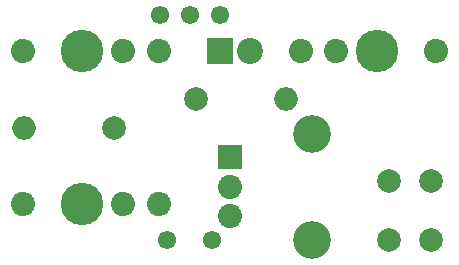
<source format=gbr>
G04 #@! TF.GenerationSoftware,KiCad,Pcbnew,(5.0.0)*
G04 #@! TF.CreationDate,2018-08-26T11:39:21+02:00*
G04 #@! TF.ProjectId,1u_lpg,31755F6C70672E6B696361645F706362,rev?*
G04 #@! TF.SameCoordinates,Original*
G04 #@! TF.FileFunction,Soldermask,Bot*
G04 #@! TF.FilePolarity,Negative*
%FSLAX46Y46*%
G04 Gerber Fmt 4.6, Leading zero omitted, Abs format (unit mm)*
G04 Created by KiCad (PCBNEW (5.0.0)) date 08/26/18 11:39:21*
%MOMM*%
%LPD*%
G01*
G04 APERTURE LIST*
%ADD10C,1.550000*%
%ADD11C,2.200000*%
%ADD12R,2.200000X2.200000*%
%ADD13C,2.048460*%
%ADD14C,3.600000*%
%ADD15R,2.048460X2.048460*%
%ADD16C,3.194000*%
%ADD17C,2.000000*%
%ADD18O,2.000000X2.000000*%
G04 APERTURE END LIST*
D10*
G04 #@! TO.C,U1*
X17500000Y-20500000D03*
X18140000Y-1500000D03*
X13060000Y-1500000D03*
X13700000Y-20500000D03*
X15600000Y-1500000D03*
G04 #@! TD*
D11*
G04 #@! TO.C,D1*
X20750000Y-4500000D03*
D12*
X18210000Y-4500000D03*
G04 #@! TD*
D13*
G04 #@! TO.C,J_CV_1*
X1501280Y-17500000D03*
X9997580Y-17500000D03*
X12999860Y-17500000D03*
D14*
X6500000Y-17500000D03*
G04 #@! TD*
G04 #@! TO.C,J_IN_1*
X6500000Y-4500000D03*
D13*
X12999860Y-4500000D03*
X9997580Y-4500000D03*
X1501280Y-4500000D03*
G04 #@! TD*
G04 #@! TO.C,J_OUT_1*
X36498720Y-4500000D03*
X28002420Y-4500000D03*
X25000140Y-4500000D03*
D14*
X31500000Y-4500000D03*
G04 #@! TD*
D15*
G04 #@! TO.C,RV1*
X19002300Y-13500640D03*
D13*
X19002300Y-16000000D03*
X19002300Y-18499360D03*
D16*
X26000000Y-11501660D03*
X26000000Y-20498340D03*
G04 #@! TD*
D17*
G04 #@! TO.C,R_VAC_1*
X9200000Y-11000000D03*
D18*
X1580000Y-11000000D03*
G04 #@! TD*
G04 #@! TO.C,R_LED_1*
X23800000Y-8600000D03*
D17*
X16180000Y-8600000D03*
G04 #@! TD*
G04 #@! TO.C,C1*
X32500000Y-20500000D03*
X32500000Y-15500000D03*
G04 #@! TD*
G04 #@! TO.C,C2*
X36000000Y-15500000D03*
X36000000Y-20500000D03*
G04 #@! TD*
M02*

</source>
